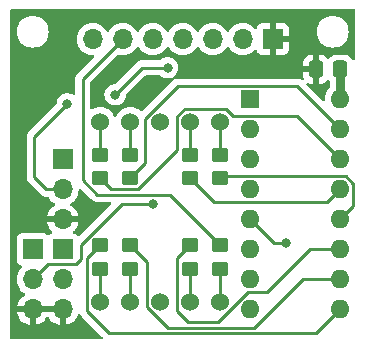
<source format=gbr>
%TF.GenerationSoftware,KiCad,Pcbnew,7.0.8-7.0.8~ubuntu23.04.1*%
%TF.CreationDate,2023-10-03T20:58:01+04:00*%
%TF.ProjectId,7segment_breakout,37736567-6d65-46e7-945f-627265616b6f,rev?*%
%TF.SameCoordinates,Original*%
%TF.FileFunction,Copper,L2,Bot*%
%TF.FilePolarity,Positive*%
%FSLAX46Y46*%
G04 Gerber Fmt 4.6, Leading zero omitted, Abs format (unit mm)*
G04 Created by KiCad (PCBNEW 7.0.8-7.0.8~ubuntu23.04.1) date 2023-10-03 20:58:01*
%MOMM*%
%LPD*%
G01*
G04 APERTURE LIST*
G04 Aperture macros list*
%AMRoundRect*
0 Rectangle with rounded corners*
0 $1 Rounding radius*
0 $2 $3 $4 $5 $6 $7 $8 $9 X,Y pos of 4 corners*
0 Add a 4 corners polygon primitive as box body*
4,1,4,$2,$3,$4,$5,$6,$7,$8,$9,$2,$3,0*
0 Add four circle primitives for the rounded corners*
1,1,$1+$1,$2,$3*
1,1,$1+$1,$4,$5*
1,1,$1+$1,$6,$7*
1,1,$1+$1,$8,$9*
0 Add four rect primitives between the rounded corners*
20,1,$1+$1,$2,$3,$4,$5,0*
20,1,$1+$1,$4,$5,$6,$7,0*
20,1,$1+$1,$6,$7,$8,$9,0*
20,1,$1+$1,$8,$9,$2,$3,0*%
G04 Aperture macros list end*
%TA.AperFunction,ComponentPad*%
%ADD10R,1.600000X1.600000*%
%TD*%
%TA.AperFunction,ComponentPad*%
%ADD11O,1.600000X1.600000*%
%TD*%
%TA.AperFunction,ComponentPad*%
%ADD12R,1.700000X1.700000*%
%TD*%
%TA.AperFunction,ComponentPad*%
%ADD13O,1.700000X1.700000*%
%TD*%
%TA.AperFunction,ComponentPad*%
%ADD14C,1.524000*%
%TD*%
%TA.AperFunction,SMDPad,CuDef*%
%ADD15RoundRect,0.250000X-0.450000X0.350000X-0.450000X-0.350000X0.450000X-0.350000X0.450000X0.350000X0*%
%TD*%
%TA.AperFunction,SMDPad,CuDef*%
%ADD16RoundRect,0.250000X0.337500X0.475000X-0.337500X0.475000X-0.337500X-0.475000X0.337500X-0.475000X0*%
%TD*%
%TA.AperFunction,SMDPad,CuDef*%
%ADD17RoundRect,0.250000X0.450000X-0.350000X0.450000X0.350000X-0.450000X0.350000X-0.450000X-0.350000X0*%
%TD*%
%TA.AperFunction,ViaPad*%
%ADD18C,0.800000*%
%TD*%
%TA.AperFunction,Conductor*%
%ADD19C,0.250000*%
%TD*%
%TA.AperFunction,Conductor*%
%ADD20C,0.750000*%
%TD*%
G04 APERTURE END LIST*
D10*
%TO.P,U1,1,B*%
%TO.N,Net-(J5-Pin_4)*%
X146685000Y-82550000D03*
D11*
%TO.P,U1,2,C*%
%TO.N,Net-(J5-Pin_3)*%
X146685000Y-85090000D03*
%TO.P,U1,3,LT*%
%TO.N,Net-(J2-Pin_2)*%
X146685000Y-87630000D03*
%TO.P,U1,4,BI*%
%TO.N,Net-(J3-Pin_2)*%
X146685000Y-90170000D03*
%TO.P,U1,5,RBI*%
%TO.N,Net-(J4-Pin_2)*%
X146685000Y-92710000D03*
%TO.P,U1,6,D*%
%TO.N,Net-(J5-Pin_2)*%
X146685000Y-95250000D03*
%TO.P,U1,7,A*%
%TO.N,Net-(J5-Pin_5)*%
X146685000Y-97790000D03*
%TO.P,U1,8,GND*%
%TO.N,GND*%
X146685000Y-100330000D03*
%TO.P,U1,9,e*%
%TO.N,Net-(U1-e)*%
X154305000Y-100330000D03*
%TO.P,U1,10,d*%
%TO.N,Net-(U1-d)*%
X154305000Y-97790000D03*
%TO.P,U1,11,c*%
%TO.N,Net-(U1-c)*%
X154305000Y-95250000D03*
%TO.P,U1,12,b*%
%TO.N,Net-(U1-b)*%
X154305000Y-92710000D03*
%TO.P,U1,13,a*%
%TO.N,Net-(U1-a)*%
X154305000Y-90170000D03*
%TO.P,U1,14,g*%
%TO.N,Net-(U1-g)*%
X154305000Y-87630000D03*
%TO.P,U1,15,f*%
%TO.N,Net-(U1-f)*%
X154305000Y-85090000D03*
%TO.P,U1,16,VCC*%
%TO.N,VCC*%
X154305000Y-82550000D03*
%TD*%
D12*
%TO.P,J4,1,Pin_1*%
%TO.N,VCC*%
X130810000Y-95265000D03*
D13*
%TO.P,J4,2,Pin_2*%
%TO.N,Net-(J4-Pin_2)*%
X130810000Y-97805000D03*
%TO.P,J4,3,Pin_3*%
%TO.N,GND*%
X130810000Y-100345000D03*
%TD*%
D12*
%TO.P,J3,1,Pin_1*%
%TO.N,VCC*%
X128270000Y-95265000D03*
D13*
%TO.P,J3,2,Pin_2*%
%TO.N,Net-(J3-Pin_2)*%
X128270000Y-97805000D03*
%TO.P,J3,3,Pin_3*%
%TO.N,GND*%
X128270000Y-100345000D03*
%TD*%
D14*
%TO.P,U2,1,E*%
%TO.N,Net-(U2-E)*%
X133985000Y-99695000D03*
%TO.P,U2,2,D*%
%TO.N,Net-(U2-D)*%
X136525000Y-99695000D03*
%TO.P,U2,3,CA*%
%TO.N,VCC*%
X139065000Y-99695000D03*
%TO.P,U2,4,C*%
%TO.N,Net-(U2-C)*%
X141605000Y-99695000D03*
%TO.P,U2,5,DP*%
%TO.N,Net-(U2-DP)*%
X144145000Y-99695000D03*
%TO.P,U2,6,B*%
%TO.N,Net-(U2-B)*%
X144145000Y-84455000D03*
%TO.P,U2,7,A*%
%TO.N,Net-(U2-A)*%
X141605000Y-84455000D03*
%TO.P,U2,8,CA*%
%TO.N,VCC*%
X139065000Y-84455000D03*
%TO.P,U2,9,F*%
%TO.N,Net-(U2-F)*%
X136525000Y-84455000D03*
%TO.P,U2,10,G*%
%TO.N,Net-(U2-G)*%
X133985000Y-84455000D03*
%TD*%
D12*
%TO.P,J2,1,Pin_1*%
%TO.N,VCC*%
X130810000Y-87645000D03*
D13*
%TO.P,J2,2,Pin_2*%
%TO.N,Net-(J2-Pin_2)*%
X130810000Y-90185000D03*
%TO.P,J2,3,Pin_3*%
%TO.N,GND*%
X130810000Y-92725000D03*
%TD*%
D12*
%TO.P,J5,1,Pin_1*%
%TO.N,GND*%
X148595000Y-77470000D03*
D13*
%TO.P,J5,2,Pin_2*%
%TO.N,Net-(J5-Pin_2)*%
X146055000Y-77470000D03*
%TO.P,J5,3,Pin_3*%
%TO.N,Net-(J5-Pin_3)*%
X143515000Y-77470000D03*
%TO.P,J5,4,Pin_4*%
%TO.N,Net-(J5-Pin_4)*%
X140975000Y-77470000D03*
%TO.P,J5,5,Pin_5*%
%TO.N,Net-(J5-Pin_5)*%
X138435000Y-77470000D03*
%TO.P,J5,6,Pin_6*%
%TO.N,Net-(J5-Pin_6)*%
X135895000Y-77470000D03*
%TO.P,J5,7,Pin_7*%
%TO.N,VCC*%
X133355000Y-77470000D03*
%TD*%
D15*
%TO.P,R8,1*%
%TO.N,Net-(J5-Pin_6)*%
X144145000Y-94885000D03*
%TO.P,R8,2*%
%TO.N,Net-(U2-DP)*%
X144145000Y-96885000D03*
%TD*%
%TO.P,R4,1*%
%TO.N,Net-(U1-d)*%
X136525000Y-94885000D03*
%TO.P,R4,2*%
%TO.N,Net-(U2-D)*%
X136525000Y-96885000D03*
%TD*%
D16*
%TO.P,C1,1*%
%TO.N,VCC*%
X154326500Y-80010000D03*
%TO.P,C1,2*%
%TO.N,GND*%
X152251500Y-80010000D03*
%TD*%
D17*
%TO.P,R6,1*%
%TO.N,Net-(U1-f)*%
X136525000Y-89249000D03*
%TO.P,R6,2*%
%TO.N,Net-(U2-F)*%
X136525000Y-87249000D03*
%TD*%
%TO.P,R1,1*%
%TO.N,Net-(U1-a)*%
X141605000Y-89249000D03*
%TO.P,R1,2*%
%TO.N,Net-(U2-A)*%
X141605000Y-87249000D03*
%TD*%
D15*
%TO.P,R3,1*%
%TO.N,Net-(U1-c)*%
X141605000Y-94885000D03*
%TO.P,R3,2*%
%TO.N,Net-(U2-C)*%
X141605000Y-96885000D03*
%TD*%
%TO.P,R5,1*%
%TO.N,Net-(U1-e)*%
X133985000Y-94885000D03*
%TO.P,R5,2*%
%TO.N,Net-(U2-E)*%
X133985000Y-96885000D03*
%TD*%
D17*
%TO.P,R7,1*%
%TO.N,Net-(U1-g)*%
X133985000Y-89249000D03*
%TO.P,R7,2*%
%TO.N,Net-(U2-G)*%
X133985000Y-87249000D03*
%TD*%
%TO.P,R2,1*%
%TO.N,Net-(U1-b)*%
X144145000Y-89249000D03*
%TO.P,R2,2*%
%TO.N,Net-(U2-B)*%
X144145000Y-87249000D03*
%TD*%
D18*
%TO.N,Net-(J2-Pin_2)*%
X135255000Y-82169000D03*
X139700000Y-79883000D03*
X131191000Y-82931000D03*
%TO.N,Net-(J3-Pin_2)*%
X138430000Y-91440000D03*
%TO.N,Net-(J4-Pin_2)*%
X149733000Y-94742000D03*
%TD*%
D19*
%TO.N,Net-(J5-Pin_6)*%
X132500000Y-89377173D02*
X133746827Y-90624000D01*
X133746827Y-90624000D02*
X139884000Y-90624000D01*
X132500000Y-80865000D02*
X132500000Y-89377173D01*
X144145000Y-94885000D02*
X139884000Y-90624000D01*
X135895000Y-77470000D02*
X132500000Y-80865000D01*
%TO.N,Net-(U2-DP)*%
X144145000Y-96885000D02*
X144145000Y-99695000D01*
D20*
%TO.N,VCC*%
X154305000Y-82550000D02*
X154305000Y-80031500D01*
X154305000Y-80031500D02*
X154326500Y-80010000D01*
D19*
%TO.N,Net-(J2-Pin_2)*%
X129428000Y-90185000D02*
X130810000Y-90185000D01*
X139700000Y-79883000D02*
X137541000Y-79883000D01*
X137541000Y-79883000D02*
X135255000Y-82169000D01*
X131191000Y-82931000D02*
X128397000Y-85725000D01*
X128397000Y-89154000D02*
X129428000Y-90185000D01*
X128397000Y-85725000D02*
X128397000Y-89154000D01*
%TO.N,Net-(J3-Pin_2)*%
X131905000Y-96520000D02*
X132334000Y-96091000D01*
X135816827Y-91440000D02*
X138430000Y-91440000D01*
X128270000Y-97805000D02*
X129555000Y-96520000D01*
X132334000Y-94922827D02*
X135816827Y-91440000D01*
X132334000Y-96091000D02*
X132334000Y-94922827D01*
X129555000Y-96520000D02*
X131905000Y-96520000D01*
%TO.N,Net-(J4-Pin_2)*%
X149733000Y-94742000D02*
X148717000Y-94742000D01*
X148717000Y-94742000D02*
X146685000Y-92710000D01*
%TO.N,Net-(U1-a)*%
X153180000Y-91295000D02*
X154305000Y-90170000D01*
X141605000Y-89249000D02*
X143651000Y-91295000D01*
X143651000Y-91295000D02*
X153180000Y-91295000D01*
%TO.N,Net-(U2-A)*%
X141605000Y-86900000D02*
X141605000Y-84455000D01*
%TO.N,Net-(U1-b)*%
X144145000Y-89249000D02*
X144349000Y-89045000D01*
X155430000Y-91585000D02*
X154305000Y-92710000D01*
X155430000Y-89704009D02*
X155430000Y-91585000D01*
X154770991Y-89045000D02*
X155430000Y-89704009D01*
X144349000Y-89045000D02*
X154770991Y-89045000D01*
%TO.N,Net-(U2-B)*%
X144145000Y-86900000D02*
X144145000Y-84455000D01*
%TO.N,Net-(U1-c)*%
X141605000Y-94885000D02*
X140518000Y-95972000D01*
X148100000Y-98915000D02*
X151765000Y-95250000D01*
X140518000Y-100513000D02*
X141460000Y-101455000D01*
X141460000Y-101455000D02*
X143969009Y-101455000D01*
X146509009Y-98915000D02*
X148100000Y-98915000D01*
X143969009Y-101455000D02*
X146509009Y-98915000D01*
X151765000Y-95250000D02*
X154305000Y-95250000D01*
X140518000Y-95972000D02*
X140518000Y-100513000D01*
%TO.N,Net-(U2-C)*%
X141605000Y-96885000D02*
X141605000Y-99695000D01*
%TO.N,Net-(U1-d)*%
X137978000Y-100145251D02*
X139737749Y-101905000D01*
X136525000Y-94885000D02*
X137978000Y-96338000D01*
X151130000Y-97790000D02*
X154305000Y-97790000D01*
X139737749Y-101905000D02*
X147015000Y-101905000D01*
X147015000Y-101905000D02*
X151130000Y-97790000D01*
X137978000Y-96338000D02*
X137978000Y-100145251D01*
%TO.N,Net-(U2-D)*%
X136525000Y-96885000D02*
X136525000Y-99695000D01*
%TO.N,Net-(U1-e)*%
X132898000Y-100513000D02*
X134740000Y-102355000D01*
X152280000Y-102355000D02*
X154305000Y-100330000D01*
X134740000Y-102355000D02*
X152280000Y-102355000D01*
X133985000Y-94885000D02*
X132898000Y-95972000D01*
X132898000Y-95972000D02*
X132898000Y-100513000D01*
%TO.N,Net-(U2-E)*%
X133985000Y-96885000D02*
X133985000Y-99695000D01*
%TO.N,Net-(U1-f)*%
X150640000Y-81425000D02*
X140557749Y-81425000D01*
X140557749Y-81425000D02*
X137795000Y-84187749D01*
X154305000Y-85090000D02*
X150640000Y-81425000D01*
X137795000Y-84187749D02*
X137795000Y-87979000D01*
X137795000Y-87979000D02*
X136525000Y-89249000D01*
%TO.N,Net-(U2-F)*%
X136525000Y-86900000D02*
X136525000Y-84455000D01*
%TO.N,Net-(U1-g)*%
X145192251Y-83965000D02*
X150640000Y-83965000D01*
X140518000Y-84004749D02*
X141154749Y-83368000D01*
X144595251Y-83368000D02*
X145192251Y-83965000D01*
X140518000Y-86869173D02*
X140518000Y-84004749D01*
X141154749Y-83368000D02*
X144595251Y-83368000D01*
X137213173Y-90174000D02*
X140518000Y-86869173D01*
X150640000Y-83965000D02*
X154305000Y-87630000D01*
X134910000Y-90174000D02*
X137213173Y-90174000D01*
X133985000Y-89249000D02*
X134910000Y-90174000D01*
%TO.N,Net-(U2-G)*%
X133985000Y-86900000D02*
X133985000Y-84455000D01*
%TD*%
%TA.AperFunction,Conductor*%
%TO.N,GND*%
G36*
X155518039Y-74949685D02*
G01*
X155563794Y-75002489D01*
X155575000Y-75054000D01*
X155575000Y-79145133D01*
X155555315Y-79212172D01*
X155502511Y-79257927D01*
X155433353Y-79267871D01*
X155369797Y-79238846D01*
X155345461Y-79210230D01*
X155256712Y-79066344D01*
X155132656Y-78942288D01*
X154983334Y-78850186D01*
X154816797Y-78795001D01*
X154816795Y-78795000D01*
X154714010Y-78784500D01*
X153938998Y-78784500D01*
X153938980Y-78784501D01*
X153836203Y-78795000D01*
X153836200Y-78795001D01*
X153669668Y-78850185D01*
X153669663Y-78850187D01*
X153520342Y-78942289D01*
X153396288Y-79066343D01*
X153396283Y-79066349D01*
X153394241Y-79069661D01*
X153392247Y-79071453D01*
X153391807Y-79072011D01*
X153391711Y-79071935D01*
X153342291Y-79116383D01*
X153273328Y-79127602D01*
X153209247Y-79099755D01*
X153183168Y-79069656D01*
X153181319Y-79066659D01*
X153181316Y-79066655D01*
X153057345Y-78942684D01*
X152908124Y-78850643D01*
X152908119Y-78850641D01*
X152741697Y-78795494D01*
X152741690Y-78795493D01*
X152638986Y-78785000D01*
X152501500Y-78785000D01*
X152501500Y-81234999D01*
X152638972Y-81234999D01*
X152638986Y-81234998D01*
X152741697Y-81224505D01*
X152908119Y-81169358D01*
X152908124Y-81169356D01*
X153057345Y-81077315D01*
X153181318Y-80953342D01*
X153183165Y-80950348D01*
X153184969Y-80948724D01*
X153185798Y-80947677D01*
X153185976Y-80947818D01*
X153235110Y-80903621D01*
X153304073Y-80892396D01*
X153368156Y-80920236D01*
X153394245Y-80950343D01*
X153396289Y-80953658D01*
X153400766Y-80959319D01*
X153398813Y-80960863D01*
X153426666Y-81011872D01*
X153429500Y-81038230D01*
X153429500Y-81534951D01*
X153409815Y-81601990D01*
X153393181Y-81622632D01*
X153304954Y-81710858D01*
X153174432Y-81897265D01*
X153174431Y-81897267D01*
X153078261Y-82103502D01*
X153078258Y-82103511D01*
X153019366Y-82323302D01*
X153019364Y-82323313D01*
X152999532Y-82549998D01*
X152999532Y-82550003D01*
X153003390Y-82594104D01*
X152989623Y-82662603D01*
X152941007Y-82712786D01*
X152872979Y-82728719D01*
X152807135Y-82705343D01*
X152792181Y-82692591D01*
X151477379Y-81377788D01*
X151443894Y-81316465D01*
X151448878Y-81246773D01*
X151490750Y-81190840D01*
X151556214Y-81166423D01*
X151604064Y-81172401D01*
X151761302Y-81224505D01*
X151761309Y-81224506D01*
X151864019Y-81234999D01*
X152001499Y-81234999D01*
X152001500Y-81234998D01*
X152001500Y-80260000D01*
X151164001Y-80260000D01*
X151164001Y-80534986D01*
X151174494Y-80637697D01*
X151228144Y-80799602D01*
X151230546Y-80869431D01*
X151194814Y-80929472D01*
X151132294Y-80960665D01*
X151062834Y-80953104D01*
X151025552Y-80928996D01*
X151023245Y-80926830D01*
X151010582Y-80914938D01*
X150993029Y-80905288D01*
X150976763Y-80894604D01*
X150976619Y-80894492D01*
X150960936Y-80882327D01*
X150960935Y-80882326D01*
X150960933Y-80882325D01*
X150918168Y-80863818D01*
X150912922Y-80861248D01*
X150872093Y-80838803D01*
X150872092Y-80838802D01*
X150852693Y-80833822D01*
X150834281Y-80827518D01*
X150815898Y-80819562D01*
X150815892Y-80819560D01*
X150769874Y-80812272D01*
X150764152Y-80811087D01*
X150719021Y-80799500D01*
X150719019Y-80799500D01*
X150698984Y-80799500D01*
X150679586Y-80797973D01*
X150672162Y-80796797D01*
X150659805Y-80794840D01*
X150659804Y-80794840D01*
X150613416Y-80799225D01*
X150607578Y-80799500D01*
X140640487Y-80799500D01*
X140624870Y-80797776D01*
X140624843Y-80798062D01*
X140617081Y-80797327D01*
X140547953Y-80799500D01*
X140518399Y-80799500D01*
X140517678Y-80799590D01*
X140511506Y-80800369D01*
X140505694Y-80800826D01*
X140459122Y-80802290D01*
X140459121Y-80802290D01*
X140439878Y-80807881D01*
X140420828Y-80811825D01*
X140400960Y-80814334D01*
X140400959Y-80814334D01*
X140357632Y-80831488D01*
X140352105Y-80833380D01*
X140320911Y-80842443D01*
X140251041Y-80842244D01*
X140215625Y-80819340D01*
X140215201Y-80863958D01*
X140176869Y-80922375D01*
X140172569Y-80925868D01*
X140171327Y-80926830D01*
X140157163Y-80940995D01*
X140142373Y-80953627D01*
X140126163Y-80965404D01*
X140126160Y-80965407D01*
X140096459Y-81001309D01*
X140092526Y-81005631D01*
X137564483Y-83533675D01*
X137503160Y-83567160D01*
X137433468Y-83562176D01*
X137389121Y-83533675D01*
X137339621Y-83484175D01*
X137339615Y-83484170D01*
X137158666Y-83357468D01*
X137158662Y-83357466D01*
X137144982Y-83351087D01*
X136958450Y-83264106D01*
X136958447Y-83264105D01*
X136958445Y-83264104D01*
X136745070Y-83206930D01*
X136745062Y-83206929D01*
X136525002Y-83187677D01*
X136524998Y-83187677D01*
X136304937Y-83206929D01*
X136304929Y-83206930D01*
X136091554Y-83264104D01*
X136091548Y-83264107D01*
X135891340Y-83357465D01*
X135891338Y-83357466D01*
X135710377Y-83484175D01*
X135554175Y-83640377D01*
X135427466Y-83821338D01*
X135427465Y-83821340D01*
X135367382Y-83950189D01*
X135321209Y-84002628D01*
X135254016Y-84021780D01*
X135187135Y-84001564D01*
X135142618Y-83950189D01*
X135104208Y-83867819D01*
X135082534Y-83821339D01*
X134955826Y-83640380D01*
X134799620Y-83484174D01*
X134799616Y-83484171D01*
X134799615Y-83484170D01*
X134618666Y-83357468D01*
X134618662Y-83357466D01*
X134604982Y-83351087D01*
X134418450Y-83264106D01*
X134418447Y-83264105D01*
X134418445Y-83264104D01*
X134205070Y-83206930D01*
X134205062Y-83206929D01*
X133985002Y-83187677D01*
X133984998Y-83187677D01*
X133764937Y-83206929D01*
X133764929Y-83206930D01*
X133551554Y-83264104D01*
X133551548Y-83264107D01*
X133351340Y-83357465D01*
X133320622Y-83378974D01*
X133254415Y-83401301D01*
X133186648Y-83384289D01*
X133138836Y-83333340D01*
X133125500Y-83277398D01*
X133125500Y-82169000D01*
X134349540Y-82169000D01*
X134369326Y-82357256D01*
X134369327Y-82357259D01*
X134427818Y-82537277D01*
X134427821Y-82537284D01*
X134522467Y-82701216D01*
X134634216Y-82825325D01*
X134649129Y-82841888D01*
X134802265Y-82953148D01*
X134802270Y-82953151D01*
X134975192Y-83030142D01*
X134975197Y-83030144D01*
X135160354Y-83069500D01*
X135160355Y-83069500D01*
X135349644Y-83069500D01*
X135349646Y-83069500D01*
X135534803Y-83030144D01*
X135707730Y-82953151D01*
X135860871Y-82841888D01*
X135987533Y-82701216D01*
X136082179Y-82537284D01*
X136140674Y-82357256D01*
X136158321Y-82189344D01*
X136184904Y-82124734D01*
X136193951Y-82114638D01*
X137763772Y-80544819D01*
X137825095Y-80511334D01*
X137851453Y-80508500D01*
X138996252Y-80508500D01*
X139063291Y-80528185D01*
X139088400Y-80549526D01*
X139094126Y-80555885D01*
X139094130Y-80555889D01*
X139247265Y-80667148D01*
X139247270Y-80667151D01*
X139420192Y-80744142D01*
X139420197Y-80744144D01*
X139605354Y-80783500D01*
X139605355Y-80783500D01*
X139794644Y-80783500D01*
X139794646Y-80783500D01*
X139979803Y-80744144D01*
X140046126Y-80714614D01*
X140115374Y-80705329D01*
X140165282Y-80728697D01*
X140173668Y-80671534D01*
X140213428Y-80623051D01*
X140305871Y-80555888D01*
X140432533Y-80415216D01*
X140527179Y-80251284D01*
X140585674Y-80071256D01*
X140605460Y-79883000D01*
X140592533Y-79760000D01*
X151164000Y-79760000D01*
X152001500Y-79760000D01*
X152001500Y-78785000D01*
X151864027Y-78785000D01*
X151864012Y-78785001D01*
X151761302Y-78795494D01*
X151594880Y-78850641D01*
X151594875Y-78850643D01*
X151445654Y-78942684D01*
X151321684Y-79066654D01*
X151229643Y-79215875D01*
X151229641Y-79215880D01*
X151174494Y-79382302D01*
X151174493Y-79382309D01*
X151164000Y-79485013D01*
X151164000Y-79760000D01*
X140592533Y-79760000D01*
X140585674Y-79694744D01*
X140527179Y-79514716D01*
X140432533Y-79350784D01*
X140305871Y-79210112D01*
X140305870Y-79210111D01*
X140152734Y-79098851D01*
X140152729Y-79098848D01*
X139979807Y-79021857D01*
X139979802Y-79021855D01*
X139834001Y-78990865D01*
X139794646Y-78982500D01*
X139605354Y-78982500D01*
X139572897Y-78989398D01*
X139420197Y-79021855D01*
X139420192Y-79021857D01*
X139247270Y-79098848D01*
X139247265Y-79098851D01*
X139094130Y-79210110D01*
X139094126Y-79210114D01*
X139088400Y-79216474D01*
X139028913Y-79253121D01*
X138996252Y-79257500D01*
X137623737Y-79257500D01*
X137608120Y-79255776D01*
X137608093Y-79256062D01*
X137600331Y-79255327D01*
X137531203Y-79257500D01*
X137501650Y-79257500D01*
X137500929Y-79257590D01*
X137494757Y-79258369D01*
X137488945Y-79258826D01*
X137442373Y-79260290D01*
X137442372Y-79260290D01*
X137423129Y-79265881D01*
X137404079Y-79269825D01*
X137384211Y-79272334D01*
X137384209Y-79272335D01*
X137340884Y-79289488D01*
X137335357Y-79291380D01*
X137290610Y-79304381D01*
X137290609Y-79304382D01*
X137273367Y-79314579D01*
X137255899Y-79323137D01*
X137237269Y-79330513D01*
X137237267Y-79330514D01*
X137199576Y-79357898D01*
X137194694Y-79361105D01*
X137154579Y-79384830D01*
X137140408Y-79399000D01*
X137125623Y-79411628D01*
X137109412Y-79423407D01*
X137079709Y-79459310D01*
X137075776Y-79463631D01*
X136175210Y-80364199D01*
X135307228Y-81232181D01*
X135245905Y-81265666D01*
X135219547Y-81268500D01*
X135160354Y-81268500D01*
X135127897Y-81275398D01*
X134975197Y-81307855D01*
X134975192Y-81307857D01*
X134802270Y-81384848D01*
X134802265Y-81384851D01*
X134649129Y-81496111D01*
X134522466Y-81636785D01*
X134427821Y-81800715D01*
X134427818Y-81800722D01*
X134396449Y-81897267D01*
X134369326Y-81980744D01*
X134349540Y-82169000D01*
X133125500Y-82169000D01*
X133125500Y-81175452D01*
X133145185Y-81108413D01*
X133161819Y-81087771D01*
X134178334Y-80071256D01*
X135439354Y-78810235D01*
X135500675Y-78776752D01*
X135559123Y-78778142D01*
X135659592Y-78805063D01*
X135830319Y-78820000D01*
X135894999Y-78825659D01*
X135895000Y-78825659D01*
X135895001Y-78825659D01*
X135959681Y-78820000D01*
X136130408Y-78805063D01*
X136358663Y-78743903D01*
X136572830Y-78644035D01*
X136766401Y-78508495D01*
X136933495Y-78341401D01*
X137063425Y-78155842D01*
X137118002Y-78112217D01*
X137187500Y-78105023D01*
X137249855Y-78136546D01*
X137266575Y-78155842D01*
X137396500Y-78341395D01*
X137396505Y-78341401D01*
X137563599Y-78508495D01*
X137640135Y-78562086D01*
X137757165Y-78644032D01*
X137757167Y-78644033D01*
X137757170Y-78644035D01*
X137971337Y-78743903D01*
X138199592Y-78805063D01*
X138370319Y-78820000D01*
X138434999Y-78825659D01*
X138435000Y-78825659D01*
X138435001Y-78825659D01*
X138499681Y-78820000D01*
X138670408Y-78805063D01*
X138898663Y-78743903D01*
X139112830Y-78644035D01*
X139306401Y-78508495D01*
X139473495Y-78341401D01*
X139603425Y-78155842D01*
X139658002Y-78112217D01*
X139727500Y-78105023D01*
X139789855Y-78136546D01*
X139806575Y-78155842D01*
X139936500Y-78341395D01*
X139936505Y-78341401D01*
X140103599Y-78508495D01*
X140180135Y-78562086D01*
X140297165Y-78644032D01*
X140297167Y-78644033D01*
X140297170Y-78644035D01*
X140511337Y-78743903D01*
X140739592Y-78805063D01*
X140910319Y-78820000D01*
X140974999Y-78825659D01*
X140975000Y-78825659D01*
X140975001Y-78825659D01*
X141039681Y-78820000D01*
X141210408Y-78805063D01*
X141438663Y-78743903D01*
X141652830Y-78644035D01*
X141846401Y-78508495D01*
X142013495Y-78341401D01*
X142143425Y-78155842D01*
X142198002Y-78112217D01*
X142267500Y-78105023D01*
X142329855Y-78136546D01*
X142346575Y-78155842D01*
X142476500Y-78341395D01*
X142476505Y-78341401D01*
X142643599Y-78508495D01*
X142720135Y-78562086D01*
X142837165Y-78644032D01*
X142837167Y-78644033D01*
X142837170Y-78644035D01*
X143051337Y-78743903D01*
X143279592Y-78805063D01*
X143450319Y-78820000D01*
X143514999Y-78825659D01*
X143515000Y-78825659D01*
X143515001Y-78825659D01*
X143579681Y-78820000D01*
X143750408Y-78805063D01*
X143978663Y-78743903D01*
X144192830Y-78644035D01*
X144386401Y-78508495D01*
X144553495Y-78341401D01*
X144683425Y-78155842D01*
X144738002Y-78112217D01*
X144807500Y-78105023D01*
X144869855Y-78136546D01*
X144886575Y-78155842D01*
X145016500Y-78341395D01*
X145016505Y-78341401D01*
X145183599Y-78508495D01*
X145260135Y-78562086D01*
X145377165Y-78644032D01*
X145377167Y-78644033D01*
X145377170Y-78644035D01*
X145591337Y-78743903D01*
X145819592Y-78805063D01*
X145990319Y-78820000D01*
X146054999Y-78825659D01*
X146055000Y-78825659D01*
X146055001Y-78825659D01*
X146119681Y-78820000D01*
X146290408Y-78805063D01*
X146518663Y-78743903D01*
X146732830Y-78644035D01*
X146926401Y-78508495D01*
X147048717Y-78386178D01*
X147110036Y-78352696D01*
X147179728Y-78357680D01*
X147235662Y-78399551D01*
X147252577Y-78430528D01*
X147301646Y-78562088D01*
X147301649Y-78562093D01*
X147387809Y-78677187D01*
X147387812Y-78677190D01*
X147502906Y-78763350D01*
X147502913Y-78763354D01*
X147637620Y-78813596D01*
X147637627Y-78813598D01*
X147697155Y-78819999D01*
X147697172Y-78820000D01*
X148345000Y-78820000D01*
X148345000Y-77905501D01*
X148452685Y-77954680D01*
X148559237Y-77970000D01*
X148630763Y-77970000D01*
X148737315Y-77954680D01*
X148845000Y-77905501D01*
X148845000Y-78820000D01*
X149492828Y-78820000D01*
X149492844Y-78819999D01*
X149552372Y-78813598D01*
X149552379Y-78813596D01*
X149687086Y-78763354D01*
X149687093Y-78763350D01*
X149802187Y-78677190D01*
X149802190Y-78677187D01*
X149888350Y-78562093D01*
X149888354Y-78562086D01*
X149938596Y-78427379D01*
X149938598Y-78427372D01*
X149944999Y-78367844D01*
X149945000Y-78367827D01*
X149945000Y-77720000D01*
X149028686Y-77720000D01*
X149054493Y-77679844D01*
X149095000Y-77541889D01*
X149095000Y-77398111D01*
X149054493Y-77260156D01*
X149028686Y-77220000D01*
X149945000Y-77220000D01*
X149945000Y-76835000D01*
X152314341Y-76835000D01*
X152334936Y-77070403D01*
X152334938Y-77070413D01*
X152396094Y-77298655D01*
X152396096Y-77298659D01*
X152396097Y-77298663D01*
X152442471Y-77398111D01*
X152495964Y-77512828D01*
X152495965Y-77512830D01*
X152631505Y-77706402D01*
X152798597Y-77873494D01*
X152992169Y-78009034D01*
X152992171Y-78009035D01*
X153206337Y-78108903D01*
X153434592Y-78170063D01*
X153611034Y-78185500D01*
X153728966Y-78185500D01*
X153905408Y-78170063D01*
X154133663Y-78108903D01*
X154347829Y-78009035D01*
X154541401Y-77873495D01*
X154708495Y-77706401D01*
X154844035Y-77512830D01*
X154943903Y-77298663D01*
X155005063Y-77070408D01*
X155025659Y-76835000D01*
X155005063Y-76599592D01*
X154943903Y-76371337D01*
X154844035Y-76157171D01*
X154844034Y-76157169D01*
X154708494Y-75963597D01*
X154541402Y-75796505D01*
X154347830Y-75660965D01*
X154347828Y-75660964D01*
X154240746Y-75611031D01*
X154133663Y-75561097D01*
X154133659Y-75561096D01*
X154133655Y-75561094D01*
X153905413Y-75499938D01*
X153905403Y-75499936D01*
X153728966Y-75484500D01*
X153611034Y-75484500D01*
X153434596Y-75499936D01*
X153434586Y-75499938D01*
X153206344Y-75561094D01*
X153206335Y-75561098D01*
X152992171Y-75660964D01*
X152992169Y-75660965D01*
X152798597Y-75796505D01*
X152631506Y-75963597D01*
X152631501Y-75963604D01*
X152495967Y-76157165D01*
X152495965Y-76157169D01*
X152396098Y-76371335D01*
X152396094Y-76371344D01*
X152334938Y-76599586D01*
X152334936Y-76599596D01*
X152314341Y-76834999D01*
X152314341Y-76835000D01*
X149945000Y-76835000D01*
X149945000Y-76572172D01*
X149944999Y-76572155D01*
X149938598Y-76512627D01*
X149938596Y-76512620D01*
X149888354Y-76377913D01*
X149888350Y-76377906D01*
X149802190Y-76262812D01*
X149802187Y-76262809D01*
X149687093Y-76176649D01*
X149687086Y-76176645D01*
X149552379Y-76126403D01*
X149552372Y-76126401D01*
X149492844Y-76120000D01*
X148845000Y-76120000D01*
X148845000Y-77034498D01*
X148737315Y-76985320D01*
X148630763Y-76970000D01*
X148559237Y-76970000D01*
X148452685Y-76985320D01*
X148345000Y-77034498D01*
X148345000Y-76120000D01*
X147697155Y-76120000D01*
X147637627Y-76126401D01*
X147637620Y-76126403D01*
X147502913Y-76176645D01*
X147502906Y-76176649D01*
X147387812Y-76262809D01*
X147387809Y-76262812D01*
X147301649Y-76377906D01*
X147301645Y-76377913D01*
X147252578Y-76509470D01*
X147210707Y-76565404D01*
X147145242Y-76589821D01*
X147076969Y-76574969D01*
X147048715Y-76553819D01*
X147004366Y-76509470D01*
X146926401Y-76431505D01*
X146926397Y-76431502D01*
X146926396Y-76431501D01*
X146732834Y-76295967D01*
X146732830Y-76295965D01*
X146661727Y-76262809D01*
X146518663Y-76196097D01*
X146518659Y-76196096D01*
X146518655Y-76196094D01*
X146290413Y-76134938D01*
X146290403Y-76134936D01*
X146055001Y-76114341D01*
X146054999Y-76114341D01*
X145819596Y-76134936D01*
X145819586Y-76134938D01*
X145591344Y-76196094D01*
X145591335Y-76196098D01*
X145377171Y-76295964D01*
X145377169Y-76295965D01*
X145183597Y-76431505D01*
X145016505Y-76598597D01*
X144886575Y-76784158D01*
X144831998Y-76827783D01*
X144762500Y-76834977D01*
X144700145Y-76803454D01*
X144683425Y-76784158D01*
X144553494Y-76598597D01*
X144386402Y-76431506D01*
X144386395Y-76431501D01*
X144192834Y-76295967D01*
X144192830Y-76295965D01*
X144121727Y-76262809D01*
X143978663Y-76196097D01*
X143978659Y-76196096D01*
X143978655Y-76196094D01*
X143750413Y-76134938D01*
X143750403Y-76134936D01*
X143515001Y-76114341D01*
X143514999Y-76114341D01*
X143279596Y-76134936D01*
X143279586Y-76134938D01*
X143051344Y-76196094D01*
X143051335Y-76196098D01*
X142837171Y-76295964D01*
X142837169Y-76295965D01*
X142643597Y-76431505D01*
X142476505Y-76598597D01*
X142346575Y-76784158D01*
X142291998Y-76827783D01*
X142222500Y-76834977D01*
X142160145Y-76803454D01*
X142143425Y-76784158D01*
X142013494Y-76598597D01*
X141846402Y-76431506D01*
X141846395Y-76431501D01*
X141652834Y-76295967D01*
X141652830Y-76295965D01*
X141581727Y-76262809D01*
X141438663Y-76196097D01*
X141438659Y-76196096D01*
X141438655Y-76196094D01*
X141210413Y-76134938D01*
X141210403Y-76134936D01*
X140975001Y-76114341D01*
X140974999Y-76114341D01*
X140739596Y-76134936D01*
X140739586Y-76134938D01*
X140511344Y-76196094D01*
X140511335Y-76196098D01*
X140297171Y-76295964D01*
X140297169Y-76295965D01*
X140103597Y-76431505D01*
X139936505Y-76598597D01*
X139806575Y-76784158D01*
X139751998Y-76827783D01*
X139682500Y-76834977D01*
X139620145Y-76803454D01*
X139603425Y-76784158D01*
X139473494Y-76598597D01*
X139306402Y-76431506D01*
X139306395Y-76431501D01*
X139112834Y-76295967D01*
X139112830Y-76295965D01*
X139041727Y-76262809D01*
X138898663Y-76196097D01*
X138898659Y-76196096D01*
X138898655Y-76196094D01*
X138670413Y-76134938D01*
X138670403Y-76134936D01*
X138435001Y-76114341D01*
X138434999Y-76114341D01*
X138199596Y-76134936D01*
X138199586Y-76134938D01*
X137971344Y-76196094D01*
X137971335Y-76196098D01*
X137757171Y-76295964D01*
X137757169Y-76295965D01*
X137563597Y-76431505D01*
X137396505Y-76598597D01*
X137266575Y-76784158D01*
X137211998Y-76827783D01*
X137142500Y-76834977D01*
X137080145Y-76803454D01*
X137063425Y-76784158D01*
X136933494Y-76598597D01*
X136766402Y-76431506D01*
X136766395Y-76431501D01*
X136572834Y-76295967D01*
X136572830Y-76295965D01*
X136501727Y-76262809D01*
X136358663Y-76196097D01*
X136358659Y-76196096D01*
X136358655Y-76196094D01*
X136130413Y-76134938D01*
X136130403Y-76134936D01*
X135895001Y-76114341D01*
X135894999Y-76114341D01*
X135659596Y-76134936D01*
X135659586Y-76134938D01*
X135431344Y-76196094D01*
X135431335Y-76196098D01*
X135217171Y-76295964D01*
X135217169Y-76295965D01*
X135023597Y-76431505D01*
X134856505Y-76598597D01*
X134726575Y-76784158D01*
X134671998Y-76827783D01*
X134602500Y-76834977D01*
X134540145Y-76803454D01*
X134523425Y-76784158D01*
X134393494Y-76598597D01*
X134226402Y-76431506D01*
X134226395Y-76431501D01*
X134032834Y-76295967D01*
X134032830Y-76295965D01*
X133961727Y-76262809D01*
X133818663Y-76196097D01*
X133818659Y-76196096D01*
X133818655Y-76196094D01*
X133590413Y-76134938D01*
X133590403Y-76134936D01*
X133355001Y-76114341D01*
X133354999Y-76114341D01*
X133119596Y-76134936D01*
X133119586Y-76134938D01*
X132891344Y-76196094D01*
X132891335Y-76196098D01*
X132677171Y-76295964D01*
X132677169Y-76295965D01*
X132483597Y-76431505D01*
X132316505Y-76598597D01*
X132180965Y-76792169D01*
X132180964Y-76792171D01*
X132081098Y-77006335D01*
X132081094Y-77006344D01*
X132019938Y-77234586D01*
X132019936Y-77234596D01*
X131999341Y-77469999D01*
X131999341Y-77470000D01*
X132019936Y-77705403D01*
X132019938Y-77705413D01*
X132081094Y-77933655D01*
X132081096Y-77933659D01*
X132081097Y-77933663D01*
X132116244Y-78009035D01*
X132180965Y-78147830D01*
X132180967Y-78147834D01*
X132289281Y-78302521D01*
X132316505Y-78341401D01*
X132483599Y-78508495D01*
X132560135Y-78562086D01*
X132677165Y-78644032D01*
X132677167Y-78644033D01*
X132677170Y-78644035D01*
X132891337Y-78743903D01*
X133119592Y-78805063D01*
X133290319Y-78820000D01*
X133354999Y-78825659D01*
X133355387Y-78825659D01*
X133355551Y-78825707D01*
X133360394Y-78826131D01*
X133360308Y-78827104D01*
X133422426Y-78845344D01*
X133468181Y-78898148D01*
X133478125Y-78967306D01*
X133449100Y-79030862D01*
X133443068Y-79037340D01*
X132116208Y-80364199D01*
X132103951Y-80374020D01*
X132104134Y-80374241D01*
X132098123Y-80379213D01*
X132050772Y-80429636D01*
X132029889Y-80450519D01*
X132029877Y-80450532D01*
X132025621Y-80456017D01*
X132021837Y-80460447D01*
X131989937Y-80494418D01*
X131989936Y-80494420D01*
X131980284Y-80511976D01*
X131969610Y-80528226D01*
X131957329Y-80544061D01*
X131957324Y-80544068D01*
X131938815Y-80586838D01*
X131936245Y-80592084D01*
X131913803Y-80632906D01*
X131908822Y-80652307D01*
X131902521Y-80670710D01*
X131894562Y-80689102D01*
X131894561Y-80689105D01*
X131887271Y-80735127D01*
X131886087Y-80740846D01*
X131874501Y-80785972D01*
X131874500Y-80785982D01*
X131874500Y-80806016D01*
X131872973Y-80825415D01*
X131869840Y-80845194D01*
X131869840Y-80845195D01*
X131874225Y-80891583D01*
X131874500Y-80897421D01*
X131874500Y-82071149D01*
X131854815Y-82138188D01*
X131802011Y-82183943D01*
X131732853Y-82193887D01*
X131677615Y-82171468D01*
X131648225Y-82150115D01*
X131643730Y-82146849D01*
X131643728Y-82146848D01*
X131643729Y-82146848D01*
X131470807Y-82069857D01*
X131470802Y-82069855D01*
X131325001Y-82038865D01*
X131285646Y-82030500D01*
X131096354Y-82030500D01*
X131063897Y-82037398D01*
X130911197Y-82069855D01*
X130911192Y-82069857D01*
X130738270Y-82146848D01*
X130738265Y-82146851D01*
X130585129Y-82258111D01*
X130458466Y-82398785D01*
X130363821Y-82562715D01*
X130363818Y-82562722D01*
X130305405Y-82742500D01*
X130305326Y-82742744D01*
X130294462Y-82846109D01*
X130287679Y-82910649D01*
X130261094Y-82975263D01*
X130252039Y-82985368D01*
X128013208Y-85224199D01*
X128000951Y-85234020D01*
X128001134Y-85234241D01*
X127995123Y-85239213D01*
X127947772Y-85289636D01*
X127926889Y-85310519D01*
X127926877Y-85310532D01*
X127922621Y-85316017D01*
X127918837Y-85320447D01*
X127886937Y-85354418D01*
X127886936Y-85354420D01*
X127877284Y-85371976D01*
X127866610Y-85388226D01*
X127854329Y-85404061D01*
X127854324Y-85404068D01*
X127835815Y-85446838D01*
X127833245Y-85452084D01*
X127810803Y-85492906D01*
X127805822Y-85512307D01*
X127799521Y-85530710D01*
X127791562Y-85549102D01*
X127791561Y-85549105D01*
X127784271Y-85595127D01*
X127783087Y-85600846D01*
X127771501Y-85645972D01*
X127771500Y-85645982D01*
X127771500Y-85666016D01*
X127769973Y-85685415D01*
X127766840Y-85705194D01*
X127766840Y-85705195D01*
X127771225Y-85751583D01*
X127771500Y-85757421D01*
X127771500Y-89071255D01*
X127769775Y-89086872D01*
X127770061Y-89086899D01*
X127769326Y-89094665D01*
X127771500Y-89163814D01*
X127771500Y-89193343D01*
X127771501Y-89193360D01*
X127772368Y-89200231D01*
X127772826Y-89206050D01*
X127774290Y-89252624D01*
X127774291Y-89252627D01*
X127779880Y-89271867D01*
X127783824Y-89290911D01*
X127786336Y-89310792D01*
X127801477Y-89349034D01*
X127803490Y-89354119D01*
X127805382Y-89359647D01*
X127818381Y-89404388D01*
X127828580Y-89421634D01*
X127837138Y-89439103D01*
X127844514Y-89457732D01*
X127871898Y-89495423D01*
X127875106Y-89500307D01*
X127898827Y-89540416D01*
X127898833Y-89540424D01*
X127912990Y-89554580D01*
X127925628Y-89569376D01*
X127937405Y-89585586D01*
X127937406Y-89585587D01*
X127973309Y-89615288D01*
X127977620Y-89619210D01*
X128697407Y-90338998D01*
X128927197Y-90568788D01*
X128937022Y-90581051D01*
X128937243Y-90580869D01*
X128942214Y-90586878D01*
X128953005Y-90597011D01*
X128992635Y-90634226D01*
X129013529Y-90655120D01*
X129019011Y-90659373D01*
X129023443Y-90663157D01*
X129057418Y-90695062D01*
X129074976Y-90704714D01*
X129091235Y-90715395D01*
X129107064Y-90727673D01*
X129149838Y-90746182D01*
X129155056Y-90748738D01*
X129195908Y-90771197D01*
X129215316Y-90776180D01*
X129233717Y-90782480D01*
X129252104Y-90790437D01*
X129295488Y-90797308D01*
X129298119Y-90797725D01*
X129303839Y-90798909D01*
X129348981Y-90810500D01*
X129369016Y-90810500D01*
X129388414Y-90812026D01*
X129408194Y-90815159D01*
X129408195Y-90815160D01*
X129408195Y-90815159D01*
X129408196Y-90815160D01*
X129454584Y-90810775D01*
X129460422Y-90810500D01*
X129534773Y-90810500D01*
X129601812Y-90830185D01*
X129636348Y-90863377D01*
X129771501Y-91056396D01*
X129771506Y-91056402D01*
X129938597Y-91223493D01*
X129938603Y-91223498D01*
X130124594Y-91353730D01*
X130168219Y-91408307D01*
X130175413Y-91477805D01*
X130143890Y-91540160D01*
X130124595Y-91556880D01*
X129938922Y-91686890D01*
X129938920Y-91686891D01*
X129771891Y-91853920D01*
X129771886Y-91853926D01*
X129636400Y-92047420D01*
X129636399Y-92047422D01*
X129536570Y-92261507D01*
X129536567Y-92261513D01*
X129479364Y-92474999D01*
X129479364Y-92475000D01*
X130376314Y-92475000D01*
X130350507Y-92515156D01*
X130310000Y-92653111D01*
X130310000Y-92796889D01*
X130350507Y-92934844D01*
X130376314Y-92975000D01*
X129479364Y-92975000D01*
X129536567Y-93188486D01*
X129536570Y-93188492D01*
X129636399Y-93402578D01*
X129771894Y-93596082D01*
X129893946Y-93718134D01*
X129927431Y-93779457D01*
X129922447Y-93849149D01*
X129880575Y-93905082D01*
X129849598Y-93921997D01*
X129717671Y-93971202D01*
X129717669Y-93971203D01*
X129614311Y-94048578D01*
X129548847Y-94072995D01*
X129480574Y-94058144D01*
X129465689Y-94048578D01*
X129362330Y-93971203D01*
X129362328Y-93971202D01*
X129227482Y-93920908D01*
X129227483Y-93920908D01*
X129167883Y-93914501D01*
X129167881Y-93914500D01*
X129167873Y-93914500D01*
X129167864Y-93914500D01*
X127372129Y-93914500D01*
X127372123Y-93914501D01*
X127312516Y-93920908D01*
X127177671Y-93971202D01*
X127177664Y-93971206D01*
X127062455Y-94057452D01*
X127062452Y-94057455D01*
X126976206Y-94172664D01*
X126976202Y-94172671D01*
X126925908Y-94307517D01*
X126919501Y-94367116D01*
X126919500Y-94367135D01*
X126919500Y-96162870D01*
X126919501Y-96162876D01*
X126925908Y-96222483D01*
X126976202Y-96357328D01*
X126976206Y-96357335D01*
X127062452Y-96472544D01*
X127062455Y-96472547D01*
X127177664Y-96558793D01*
X127177671Y-96558797D01*
X127309081Y-96607810D01*
X127365015Y-96649681D01*
X127389432Y-96715145D01*
X127374580Y-96783418D01*
X127353430Y-96811673D01*
X127231503Y-96933600D01*
X127095965Y-97127169D01*
X127095964Y-97127171D01*
X126996098Y-97341335D01*
X126996094Y-97341344D01*
X126934938Y-97569586D01*
X126934936Y-97569596D01*
X126914341Y-97804999D01*
X126914341Y-97805000D01*
X126934936Y-98040403D01*
X126934938Y-98040413D01*
X126996094Y-98268655D01*
X126996096Y-98268659D01*
X126996097Y-98268663D01*
X127070247Y-98427677D01*
X127095965Y-98482830D01*
X127095967Y-98482834D01*
X127173569Y-98593660D01*
X127231501Y-98676396D01*
X127231506Y-98676402D01*
X127398597Y-98843493D01*
X127398603Y-98843498D01*
X127584594Y-98973730D01*
X127628219Y-99028307D01*
X127635413Y-99097805D01*
X127603890Y-99160160D01*
X127584595Y-99176880D01*
X127398922Y-99306890D01*
X127398920Y-99306891D01*
X127231891Y-99473920D01*
X127231886Y-99473926D01*
X127096400Y-99667420D01*
X127096399Y-99667422D01*
X126996570Y-99881507D01*
X126996567Y-99881513D01*
X126939364Y-100094999D01*
X126939364Y-100095000D01*
X127836314Y-100095000D01*
X127810507Y-100135156D01*
X127770000Y-100273111D01*
X127770000Y-100416889D01*
X127810507Y-100554844D01*
X127836314Y-100595000D01*
X126939364Y-100595000D01*
X126996567Y-100808486D01*
X126996570Y-100808492D01*
X127096399Y-101022578D01*
X127231894Y-101216082D01*
X127398917Y-101383105D01*
X127592421Y-101518600D01*
X127806507Y-101618429D01*
X127806516Y-101618433D01*
X128020000Y-101675634D01*
X128020000Y-100780501D01*
X128127685Y-100829680D01*
X128234237Y-100845000D01*
X128305763Y-100845000D01*
X128412315Y-100829680D01*
X128520000Y-100780501D01*
X128520000Y-101675633D01*
X128733483Y-101618433D01*
X128733492Y-101618429D01*
X128947578Y-101518600D01*
X129141082Y-101383105D01*
X129308105Y-101216082D01*
X129438425Y-101029968D01*
X129493002Y-100986344D01*
X129562501Y-100979151D01*
X129624855Y-101010673D01*
X129641575Y-101029968D01*
X129771894Y-101216082D01*
X129938917Y-101383105D01*
X130132421Y-101518600D01*
X130346507Y-101618429D01*
X130346516Y-101618433D01*
X130560000Y-101675634D01*
X130560000Y-100780501D01*
X130667685Y-100829680D01*
X130774237Y-100845000D01*
X130845763Y-100845000D01*
X130952315Y-100829680D01*
X131060000Y-100780501D01*
X131060000Y-101675633D01*
X131273483Y-101618433D01*
X131273492Y-101618429D01*
X131487578Y-101518600D01*
X131681082Y-101383105D01*
X131848105Y-101216082D01*
X131983600Y-101022578D01*
X132083429Y-100808492D01*
X132083433Y-100808482D01*
X132088969Y-100787821D01*
X132125331Y-100728159D01*
X132188177Y-100697627D01*
X132257553Y-100705919D01*
X132311432Y-100750402D01*
X132315477Y-100756788D01*
X132329579Y-100780633D01*
X132338136Y-100798100D01*
X132342247Y-100808482D01*
X132345514Y-100816732D01*
X132372898Y-100854423D01*
X132376106Y-100859307D01*
X132399827Y-100899416D01*
X132399833Y-100899424D01*
X132413990Y-100913580D01*
X132426627Y-100928375D01*
X132438406Y-100944587D01*
X132459845Y-100962323D01*
X132474309Y-100974288D01*
X132478620Y-100978210D01*
X133835400Y-102334991D01*
X134158728Y-102658319D01*
X134192213Y-102719642D01*
X134187229Y-102789334D01*
X134145357Y-102845267D01*
X134079893Y-102869684D01*
X134071047Y-102870000D01*
X126489000Y-102870000D01*
X126421961Y-102850315D01*
X126376206Y-102797511D01*
X126365000Y-102746000D01*
X126365000Y-76835000D01*
X126914341Y-76835000D01*
X126934936Y-77070403D01*
X126934938Y-77070413D01*
X126996094Y-77298655D01*
X126996096Y-77298659D01*
X126996097Y-77298663D01*
X127042471Y-77398111D01*
X127095964Y-77512828D01*
X127095965Y-77512830D01*
X127231505Y-77706402D01*
X127398597Y-77873494D01*
X127592169Y-78009034D01*
X127592171Y-78009035D01*
X127806337Y-78108903D01*
X128034592Y-78170063D01*
X128211034Y-78185500D01*
X128328966Y-78185500D01*
X128505408Y-78170063D01*
X128733663Y-78108903D01*
X128947829Y-78009035D01*
X129141401Y-77873495D01*
X129308495Y-77706401D01*
X129444035Y-77512830D01*
X129543903Y-77298663D01*
X129605063Y-77070408D01*
X129625659Y-76835000D01*
X129605063Y-76599592D01*
X129543903Y-76371337D01*
X129444035Y-76157171D01*
X129444034Y-76157169D01*
X129308494Y-75963597D01*
X129141402Y-75796505D01*
X128947830Y-75660965D01*
X128947828Y-75660964D01*
X128840746Y-75611031D01*
X128733663Y-75561097D01*
X128733659Y-75561096D01*
X128733655Y-75561094D01*
X128505413Y-75499938D01*
X128505403Y-75499936D01*
X128328966Y-75484500D01*
X128211034Y-75484500D01*
X128034596Y-75499936D01*
X128034586Y-75499938D01*
X127806344Y-75561094D01*
X127806335Y-75561098D01*
X127592171Y-75660964D01*
X127592169Y-75660965D01*
X127398597Y-75796505D01*
X127231506Y-75963597D01*
X127231501Y-75963604D01*
X127095967Y-76157165D01*
X127095965Y-76157169D01*
X126996098Y-76371335D01*
X126996094Y-76371344D01*
X126934938Y-76599586D01*
X126934936Y-76599596D01*
X126914341Y-76834999D01*
X126914341Y-76835000D01*
X126365000Y-76835000D01*
X126365000Y-75054000D01*
X126384685Y-74986961D01*
X126437489Y-74941206D01*
X126489000Y-74930000D01*
X155451000Y-74930000D01*
X155518039Y-74949685D01*
G37*
%TD.AperFunction*%
%TA.AperFunction,Conductor*%
G36*
X130350507Y-100135156D02*
G01*
X130310000Y-100273111D01*
X130310000Y-100416889D01*
X130350507Y-100554844D01*
X130376314Y-100595000D01*
X128703686Y-100595000D01*
X128729493Y-100554844D01*
X128770000Y-100416889D01*
X128770000Y-100273111D01*
X128729493Y-100135156D01*
X128703686Y-100095000D01*
X130376314Y-100095000D01*
X130350507Y-100135156D01*
G37*
%TD.AperFunction*%
%TA.AperFunction,Conductor*%
G36*
X132374413Y-90136176D02*
G01*
X133246021Y-91007784D01*
X133255846Y-91020048D01*
X133256067Y-91019866D01*
X133261037Y-91025873D01*
X133261040Y-91025876D01*
X133261041Y-91025877D01*
X133311478Y-91073241D01*
X133332357Y-91094120D01*
X133337831Y-91098366D01*
X133342269Y-91102156D01*
X133376245Y-91134062D01*
X133376249Y-91134064D01*
X133393800Y-91143713D01*
X133410058Y-91154392D01*
X133425891Y-91166674D01*
X133447842Y-91176172D01*
X133468664Y-91185183D01*
X133473908Y-91187752D01*
X133514735Y-91210197D01*
X133534139Y-91215179D01*
X133552537Y-91221478D01*
X133570932Y-91229438D01*
X133616956Y-91236726D01*
X133622659Y-91237907D01*
X133667808Y-91249500D01*
X133687843Y-91249500D01*
X133707240Y-91251026D01*
X133727023Y-91254160D01*
X133773411Y-91249775D01*
X133779249Y-91249500D01*
X134823374Y-91249500D01*
X134890413Y-91269185D01*
X134936168Y-91321989D01*
X134946112Y-91391147D01*
X134917087Y-91454703D01*
X134911055Y-91461181D01*
X132245985Y-94126249D01*
X132184662Y-94159734D01*
X132114970Y-94154750D01*
X132059038Y-94112880D01*
X132034559Y-94080181D01*
X132017546Y-94057454D01*
X132017544Y-94057453D01*
X132017544Y-94057452D01*
X131902335Y-93971206D01*
X131902328Y-93971202D01*
X131770401Y-93921997D01*
X131714467Y-93880126D01*
X131690050Y-93814662D01*
X131704902Y-93746389D01*
X131726053Y-93718133D01*
X131848108Y-93596078D01*
X131983600Y-93402578D01*
X132083429Y-93188492D01*
X132083432Y-93188486D01*
X132140636Y-92975000D01*
X131243686Y-92975000D01*
X131269493Y-92934844D01*
X131310000Y-92796889D01*
X131310000Y-92653111D01*
X131269493Y-92515156D01*
X131243686Y-92475000D01*
X132140636Y-92475000D01*
X132140635Y-92474999D01*
X132083432Y-92261513D01*
X132083429Y-92261507D01*
X131983600Y-92047422D01*
X131983599Y-92047420D01*
X131848113Y-91853926D01*
X131848108Y-91853920D01*
X131681078Y-91686890D01*
X131495405Y-91556879D01*
X131451780Y-91502302D01*
X131444588Y-91432804D01*
X131476110Y-91370449D01*
X131495406Y-91353730D01*
X131592393Y-91285819D01*
X131681401Y-91223495D01*
X131848495Y-91056401D01*
X131984035Y-90862830D01*
X132083903Y-90648663D01*
X132145063Y-90420408D01*
X132163205Y-90213047D01*
X132188656Y-90147981D01*
X132245247Y-90107002D01*
X132315009Y-90103124D01*
X132374413Y-90136176D01*
G37*
%TD.AperFunction*%
%TD*%
M02*

</source>
